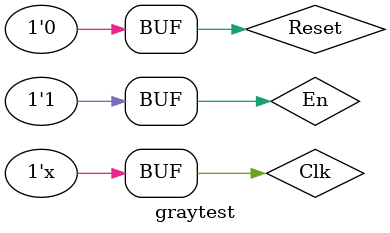
<source format=v>
`timescale 1ns / 1ps


module graytest;

	// Inputs
	reg Clk;
	reg Reset;
	reg En;

	// Outputs
	wire [2:0] Output;
	wire Overflow;

	// Instantiate the Unit Under Test (UUT)
	gray uut (
		.Clk(Clk), 
		.Reset(Reset), 
		.En(En), 
		.Output(Output), 
		.Overflow(Overflow)
	);

	initial begin
		// Initialize Inputs
		Clk = 0;
		Reset = 0;
		En = 1;

		// Wait 100 ns for global reset to finish
		#100;
        
		// Add stimulus here
	
	end
   
		always #5 Clk=~Clk;
endmodule


</source>
